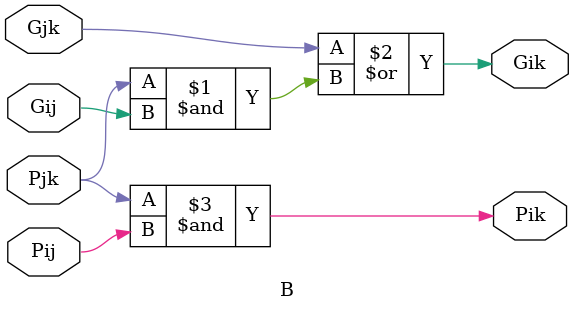
<source format=v>
module B(
    input Gjk, Pjk, Gij, Pij,
    output Gik, Pik
);
    assign Gik = Gjk | ( Pjk & Gij );
    assign Pik = Pjk & Pij;
endmodule
</source>
